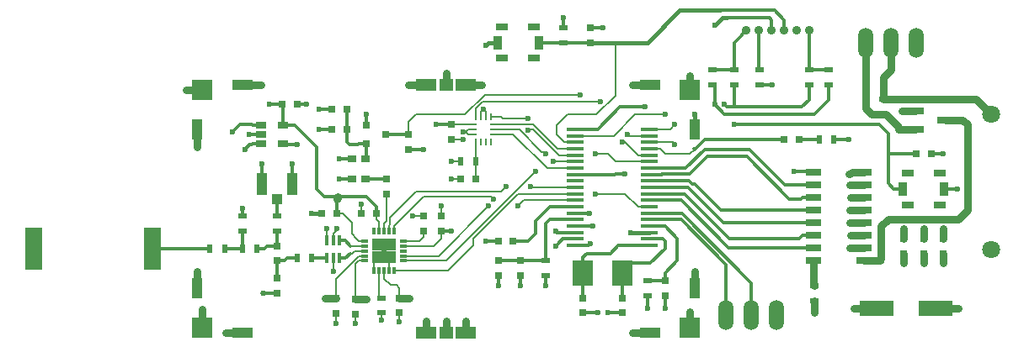
<source format=gbr>
G04 #@! TF.FileFunction,Copper,L1,Top,Signal*
%FSLAX46Y46*%
G04 Gerber Fmt 4.6, Leading zero omitted, Abs format (unit mm)*
G04 Created by KiCad (PCBNEW (2015-09-03 BZR 6154, Git 4636d8d)-product) date Tue Sep  8 23:52:58 2015*
%MOMM*%
G01*
G04 APERTURE LIST*
%ADD10C,0.100000*%
%ADD11R,0.750000X0.800000*%
%ADD12R,1.800000X0.300000*%
%ADD13R,1.800000X4.250000*%
%ADD14R,0.800000X0.750000*%
%ADD15R,3.500000X1.600000*%
%ADD16R,0.797560X0.797560*%
%ADD17R,0.500000X0.900000*%
%ADD18R,0.900000X0.500000*%
%ADD19O,1.506220X3.014980*%
%ADD20C,1.800000*%
%ADD21R,1.600000X0.760000*%
%ADD22C,0.900000*%
%ADD23R,1.000000X1.000000*%
%ADD24R,1.000000X2.200000*%
%ADD25R,0.950000X1.400000*%
%ADD26R,1.150000X0.750000*%
%ADD27R,0.350000X1.000000*%
%ADD28R,1.060000X0.650000*%
%ADD29R,0.900000X0.700000*%
%ADD30R,0.730000X0.300000*%
%ADD31R,0.300000X0.730000*%
%ADD32R,1.250000X1.250000*%
%ADD33R,0.800100X0.800100*%
%ADD34R,0.250000X0.700000*%
%ADD35R,0.700000X0.250000*%
%ADD36R,2.000000X2.500000*%
%ADD37R,1.400000X1.200000*%
%ADD38R,2.000000X1.200000*%
%ADD39R,2.100000X2.100000*%
%ADD40R,2.000000X1.000000*%
%ADD41R,1.000000X2.000000*%
%ADD42R,1.800860X0.800100*%
%ADD43C,0.600000*%
%ADD44C,0.360000*%
%ADD45C,0.800000*%
%ADD46C,0.400000*%
%ADD47C,0.200000*%
G04 APERTURE END LIST*
D10*
D11*
X122900000Y-113550000D03*
X122900000Y-115050000D03*
D12*
X154400000Y-108200000D03*
X154400000Y-107550000D03*
X154400000Y-106900000D03*
X154400000Y-106250000D03*
X154400000Y-105600000D03*
X154400000Y-104950000D03*
X154400000Y-104300000D03*
X154400000Y-103650000D03*
X154400000Y-103000000D03*
X154400000Y-102350000D03*
X154400000Y-101700000D03*
X154400000Y-101050000D03*
X154400000Y-100400000D03*
X154400000Y-99750000D03*
X154400000Y-99100000D03*
X154400000Y-98450000D03*
X154400000Y-97800000D03*
X154400000Y-97150000D03*
X154400000Y-96500000D03*
X147000000Y-96500000D03*
X147000000Y-97150000D03*
X147000000Y-97800000D03*
X147000000Y-98450000D03*
X147000000Y-99100000D03*
X147000000Y-99750000D03*
X147000000Y-100400000D03*
X147000000Y-102350000D03*
X147000000Y-103000000D03*
X147000000Y-103650000D03*
X147000000Y-104300000D03*
X147000000Y-104950000D03*
X147000000Y-105600000D03*
X147000000Y-106250000D03*
X147000000Y-107550000D03*
X147000000Y-106900000D03*
X147000000Y-108200000D03*
X147000000Y-101700000D03*
X147000000Y-101050000D03*
D13*
X104500000Y-108500000D03*
X92500000Y-108500000D03*
D11*
X117000000Y-109750000D03*
X117000000Y-108250000D03*
X117000000Y-111500000D03*
X117000000Y-113000000D03*
X129300000Y-113500000D03*
X129300000Y-115000000D03*
D14*
X127000000Y-105000000D03*
X125500000Y-105000000D03*
X123000000Y-105000000D03*
X121500000Y-105000000D03*
X117500000Y-94000000D03*
X119000000Y-94000000D03*
D11*
X128000000Y-103000000D03*
X128000000Y-101500000D03*
D14*
X124000000Y-94500000D03*
X122500000Y-94500000D03*
X124000000Y-96500000D03*
X122500000Y-96500000D03*
D11*
X131750000Y-106750000D03*
X131750000Y-105250000D03*
X134500000Y-96000000D03*
X134500000Y-97500000D03*
X133500000Y-106750000D03*
X133500000Y-105250000D03*
X130250000Y-97000000D03*
X130250000Y-98500000D03*
D14*
X137000000Y-101500000D03*
X135500000Y-101500000D03*
D11*
X156000000Y-111750000D03*
X156000000Y-113250000D03*
D14*
X181250000Y-99000000D03*
X182750000Y-99000000D03*
D11*
X182000000Y-109000000D03*
X182000000Y-107500000D03*
D15*
X177250000Y-114500000D03*
X183250000Y-114500000D03*
D11*
X180000000Y-109000000D03*
X180000000Y-107500000D03*
X141500000Y-109750000D03*
X141500000Y-111250000D03*
X184000000Y-109000000D03*
X184000000Y-107500000D03*
X139250000Y-109750000D03*
X139250000Y-111250000D03*
X148500000Y-87750000D03*
X148500000Y-86250000D03*
D14*
X140750000Y-107750000D03*
X139250000Y-107750000D03*
D11*
X151750000Y-115000000D03*
X151750000Y-113500000D03*
X147750000Y-115000000D03*
X147750000Y-113500000D03*
D16*
X169498600Y-97500000D03*
X168000000Y-97500000D03*
D17*
X119000000Y-109500000D03*
X120500000Y-109500000D03*
X137000000Y-99750000D03*
X135500000Y-99750000D03*
D18*
X154250000Y-111750000D03*
X154250000Y-113250000D03*
X171000000Y-112250000D03*
X171000000Y-113750000D03*
X144000000Y-109750000D03*
X144000000Y-111250000D03*
D19*
X181290000Y-87750000D03*
X178750000Y-87750000D03*
X176210000Y-87750000D03*
X167250000Y-115250000D03*
X164710000Y-115250000D03*
X162170000Y-115250000D03*
D20*
X188800000Y-95000000D03*
X188800000Y-108600000D03*
D21*
X170960000Y-100805000D03*
X170960000Y-102075000D03*
X170960000Y-103345000D03*
X170960000Y-104615000D03*
X170960000Y-105885000D03*
X170960000Y-107155000D03*
X170960000Y-108425000D03*
X176040000Y-108425000D03*
X176040000Y-107155000D03*
X176040000Y-105885000D03*
X176040000Y-104615000D03*
X176040000Y-103345000D03*
X176040000Y-102075000D03*
X176040000Y-109695000D03*
X170960000Y-109695000D03*
X176040000Y-100805000D03*
D22*
X164190000Y-86500000D03*
X165460000Y-86500000D03*
X166730000Y-86500000D03*
X168000000Y-86500000D03*
X169270000Y-86500000D03*
X170540000Y-86500000D03*
D23*
X117000000Y-103500000D03*
D24*
X115500000Y-102000000D03*
X118500000Y-102000000D03*
D18*
X127500000Y-115000000D03*
X127500000Y-113500000D03*
X178000000Y-94950000D03*
X178000000Y-93450000D03*
D17*
X171500000Y-97500000D03*
X173000000Y-97500000D03*
D18*
X163000000Y-90500000D03*
X163000000Y-92000000D03*
X160750000Y-90500000D03*
X160750000Y-92000000D03*
X170500000Y-90500000D03*
X170500000Y-92000000D03*
X172500000Y-90500000D03*
X172500000Y-92000000D03*
X165500000Y-90500000D03*
X165500000Y-92000000D03*
X145750000Y-86250000D03*
X145750000Y-87750000D03*
D17*
X111750000Y-108500000D03*
X110250000Y-108500000D03*
D18*
X117000000Y-106750000D03*
X117000000Y-105250000D03*
X113500000Y-105250000D03*
X113500000Y-106750000D03*
D17*
X115000000Y-108500000D03*
X113500000Y-108500000D03*
D25*
X179900000Y-102500000D03*
X184100000Y-102500000D03*
D26*
X180400000Y-100900000D03*
X183600000Y-104100000D03*
X183600000Y-100900000D03*
X180400000Y-104100000D03*
D25*
X143350000Y-87750000D03*
X139150000Y-87750000D03*
D26*
X142850000Y-89350000D03*
X139650000Y-86150000D03*
X139650000Y-89350000D03*
X142850000Y-86150000D03*
D27*
X122000000Y-109500000D03*
X122650000Y-109500000D03*
X123300000Y-109500000D03*
X123300000Y-107700000D03*
X122650000Y-107700000D03*
X122000000Y-107700000D03*
D28*
X115400000Y-96050000D03*
X115400000Y-97000000D03*
X115400000Y-97950000D03*
X117600000Y-97950000D03*
X117600000Y-96050000D03*
D29*
X124500000Y-99500000D03*
X124500000Y-101500000D03*
X125900000Y-101500000D03*
X125900000Y-99500000D03*
D30*
X129715000Y-109750000D03*
X129715000Y-109250000D03*
X129715000Y-108750000D03*
X129715000Y-108250000D03*
X129715000Y-107750000D03*
D31*
X128750000Y-106785000D03*
X128250000Y-106785000D03*
X127750000Y-106785000D03*
X127250000Y-106785000D03*
X126750000Y-106785000D03*
D30*
X125785000Y-107750000D03*
X125785000Y-108250000D03*
X125785000Y-108750000D03*
X125785000Y-109250000D03*
X125785000Y-109750000D03*
D31*
X126750000Y-110715000D03*
X127250000Y-110715000D03*
X127750000Y-110715000D03*
X128250000Y-110715000D03*
X128750000Y-110715000D03*
D32*
X127125000Y-108125000D03*
X127125000Y-109375000D03*
X128375000Y-108125000D03*
X128375000Y-109375000D03*
D33*
X125949240Y-96050000D03*
X125949240Y-97950000D03*
X127948220Y-97000000D03*
D34*
X138500000Y-95250000D03*
X138000000Y-95250000D03*
X137500000Y-95250000D03*
X137000000Y-95250000D03*
D35*
X136750000Y-96000000D03*
X136750000Y-96500000D03*
X136750000Y-97000000D03*
X138750000Y-96000000D03*
X138750000Y-96500000D03*
X138750000Y-97000000D03*
D34*
X137000000Y-97750000D03*
X137500000Y-97750000D03*
X138000000Y-97750000D03*
X138500000Y-97750000D03*
D36*
X151750000Y-111000000D03*
X147750000Y-111000000D03*
D11*
X124900000Y-113600000D03*
X124900000Y-115100000D03*
D37*
X134000000Y-92000000D03*
D38*
X136000000Y-92000000D03*
X132000000Y-92000000D03*
X136000000Y-117000000D03*
D37*
X134000000Y-117000000D03*
D38*
X132000000Y-117000000D03*
D39*
X109500000Y-92500000D03*
X109500000Y-116500000D03*
X158500000Y-116500000D03*
X158500000Y-92500000D03*
D40*
X113500000Y-92000000D03*
X113500000Y-117000000D03*
X154500000Y-117000000D03*
X154500000Y-92000000D03*
D41*
X109000000Y-96500000D03*
X109000000Y-112500000D03*
X159000000Y-112500000D03*
X159000000Y-96500000D03*
D42*
X181200000Y-94600000D03*
X181200000Y-96500000D03*
X184202280Y-95550000D03*
D43*
X185500000Y-114500000D03*
X179800000Y-94600000D03*
X159000000Y-95000000D03*
X107900000Y-92500000D03*
X130200000Y-92000000D03*
X134000000Y-90800000D03*
X137600000Y-92000000D03*
X158500000Y-91100000D03*
X152700000Y-92000000D03*
X159000000Y-110800000D03*
X158500000Y-114900000D03*
X152700000Y-117000000D03*
X136000000Y-115800000D03*
X134000000Y-115800000D03*
X132000000Y-115800000D03*
X109500000Y-114650000D03*
X111800000Y-117000000D03*
X109000000Y-110800000D03*
X115400000Y-92000000D03*
X109000000Y-98300000D03*
X149750000Y-86250000D03*
X138000000Y-88000000D03*
X138000000Y-107750000D03*
X134500000Y-101500000D03*
X135750000Y-97500000D03*
X137750000Y-94500000D03*
X135750000Y-96750000D03*
X156000000Y-114500000D03*
X128375000Y-108125000D03*
X127125000Y-109375000D03*
X127125000Y-108125000D03*
X128375000Y-109375000D03*
X126000000Y-95000000D03*
X121250000Y-94500000D03*
X121250000Y-96500000D03*
X131750000Y-98500000D03*
X123250000Y-99500000D03*
X123250000Y-101500000D03*
X120000000Y-94000000D03*
X114250000Y-97000000D03*
X139250000Y-112250000D03*
X141500000Y-112250000D03*
X148450000Y-104950000D03*
X148500000Y-108000000D03*
X184000000Y-106500000D03*
X182000000Y-106500000D03*
X180000000Y-106500000D03*
X174500000Y-97500000D03*
X185371311Y-102500000D03*
X184000000Y-99000000D03*
X174500000Y-101000000D03*
X174575000Y-102075000D03*
X174655000Y-103345000D03*
X174615000Y-104615000D03*
X174615000Y-105885000D03*
X174655000Y-107155000D03*
X174575000Y-108425000D03*
X152600000Y-106900000D03*
X150250000Y-115000000D03*
X149250000Y-115000000D03*
X113500000Y-104500000D03*
X115630029Y-113000000D03*
X118500000Y-100000000D03*
X115500000Y-100000000D03*
X124900000Y-116100000D03*
X122900000Y-116100000D03*
X129300000Y-115900000D03*
X133500000Y-104250000D03*
X130592511Y-105250000D03*
X125500000Y-104000000D03*
X127500000Y-115750000D03*
X120500000Y-105000000D03*
X122650000Y-110850000D03*
X122000000Y-106500000D03*
X123000000Y-106500000D03*
X175000000Y-114500000D03*
X123000000Y-103500000D03*
X121850000Y-113550000D03*
X126000000Y-113600000D03*
X130300000Y-113500000D03*
X133000000Y-96000000D03*
X134500000Y-99750000D03*
X154250000Y-114500000D03*
X116250000Y-94000000D03*
X134500000Y-106750000D03*
X144000000Y-112250000D03*
X145750000Y-85250000D03*
X166750000Y-92000000D03*
X184000000Y-110000000D03*
X182000000Y-110000000D03*
X180000000Y-110000000D03*
X171000000Y-115000000D03*
X147500000Y-93000000D03*
X151750000Y-97750000D03*
X163000000Y-96000000D03*
X157000000Y-98000000D03*
X169000000Y-100750000D03*
X152000000Y-101000000D03*
X161000000Y-86000000D03*
X156000000Y-95000000D03*
X162000000Y-94000000D03*
X154000000Y-94250000D03*
X161000000Y-94000000D03*
X157000000Y-96000000D03*
X145000000Y-106750000D03*
X112500000Y-96750000D03*
X113750000Y-98500000D03*
X148750000Y-106250000D03*
X119000000Y-98000000D03*
X145000000Y-108250000D03*
X144750000Y-99750000D03*
X142990870Y-100750000D03*
X141250000Y-104250000D03*
X138250000Y-104250000D03*
X140000000Y-102250000D03*
X142500000Y-102250000D03*
X142250000Y-95439990D03*
X142250000Y-96560010D03*
X152250000Y-97000000D03*
X149500000Y-93750000D03*
X149000000Y-99000000D03*
X144000000Y-99000000D03*
X149000000Y-103000000D03*
X138750000Y-103500000D03*
D44*
X110250000Y-108500000D02*
X104500000Y-108500000D01*
D45*
X183250000Y-114500000D02*
X185500000Y-114500000D01*
X181200000Y-94600000D02*
X179800000Y-94600000D01*
D46*
X159000000Y-96500000D02*
X159000000Y-95000000D01*
X159000000Y-96500000D02*
X159000000Y-96000000D01*
D45*
X109500000Y-92500000D02*
X107900000Y-92500000D01*
X132000000Y-92000000D02*
X130200000Y-92000000D01*
X134000000Y-92000000D02*
X134000000Y-90800000D01*
X136000000Y-92000000D02*
X137600000Y-92000000D01*
X158500000Y-92500000D02*
X158500000Y-91100000D01*
X154500000Y-92000000D02*
X152700000Y-92000000D01*
X159000000Y-112500000D02*
X159000000Y-110800000D01*
X158500000Y-116500000D02*
X158500000Y-114900000D01*
X154500000Y-117000000D02*
X152700000Y-117000000D01*
X136000000Y-117000000D02*
X136000000Y-115800000D01*
X134000000Y-117000000D02*
X134000000Y-115800000D01*
X132000000Y-117000000D02*
X132000000Y-115800000D01*
X109450000Y-114600000D02*
X109500000Y-114650000D01*
X109500000Y-116500000D02*
X109500000Y-114650000D01*
X113500000Y-117000000D02*
X111800000Y-117000000D01*
X109000000Y-112500000D02*
X109000000Y-110800000D01*
X113500000Y-92000000D02*
X115400000Y-92000000D01*
X109000000Y-96500000D02*
X109000000Y-98300000D01*
D44*
X148500000Y-86250000D02*
X149750000Y-86250000D01*
D46*
X138250000Y-87750000D02*
X138000000Y-88000000D01*
X139150000Y-87750000D02*
X138250000Y-87750000D01*
D44*
X139250000Y-107750000D02*
X138000000Y-107750000D01*
D47*
X134900000Y-101500000D02*
X134500000Y-101500000D01*
X135500000Y-101500000D02*
X134900000Y-101500000D01*
X134500000Y-97500000D02*
X135750000Y-97500000D01*
X138000000Y-95250000D02*
X138000000Y-94750000D01*
X138000000Y-94750000D02*
X137750000Y-94500000D01*
X137500000Y-95250000D02*
X137500000Y-94750000D01*
X137500000Y-94750000D02*
X137750000Y-94500000D01*
X136000000Y-96800000D02*
X135800000Y-96800000D01*
X135800000Y-96800000D02*
X135750000Y-96750000D01*
X136750000Y-97000000D02*
X136200000Y-97000000D01*
X136200000Y-97000000D02*
X136000000Y-96800000D01*
X135950000Y-96750000D02*
X135750000Y-96750000D01*
X136750000Y-96500000D02*
X136200000Y-96500000D01*
X136200000Y-96500000D02*
X135950000Y-96750000D01*
D44*
X156000000Y-113250000D02*
X156000000Y-114500000D01*
X151750000Y-115000000D02*
X150250000Y-115000000D01*
X147750000Y-115000000D02*
X149250000Y-115000000D01*
X127125000Y-109375000D02*
X128375000Y-108125000D01*
X128375000Y-108125000D02*
X127125000Y-108125000D01*
X127125000Y-108125000D02*
X128375000Y-109375000D01*
X126000000Y-95239190D02*
X126000000Y-95000000D01*
X125949240Y-96050000D02*
X125949240Y-95289950D01*
X125949240Y-95289950D02*
X126000000Y-95239190D01*
X122500000Y-94500000D02*
X121250000Y-94500000D01*
X122500000Y-96500000D02*
X121250000Y-96500000D01*
X130250000Y-98500000D02*
X131750000Y-98500000D01*
X124500000Y-99500000D02*
X123250000Y-99500000D01*
X124500000Y-101500000D02*
X123250000Y-101500000D01*
X119000000Y-94000000D02*
X120000000Y-94000000D01*
X114510000Y-97000000D02*
X114250000Y-97000000D01*
X115400000Y-97000000D02*
X114510000Y-97000000D01*
X139250000Y-112010000D02*
X139250000Y-112250000D01*
X139250000Y-111250000D02*
X139250000Y-112010000D01*
X141500000Y-111250000D02*
X141500000Y-112250000D01*
X147000000Y-104950000D02*
X148450000Y-104950000D01*
X148300000Y-108200000D02*
X148500000Y-108000000D01*
X147000000Y-108200000D02*
X148300000Y-108200000D01*
D45*
X184000000Y-107500000D02*
X184000000Y-106500000D01*
X182000000Y-107500000D02*
X182000000Y-106500000D01*
X180000000Y-107500000D02*
X180000000Y-106500000D01*
D44*
X173000000Y-97500000D02*
X174500000Y-97500000D01*
X184100000Y-102500000D02*
X185371311Y-102500000D01*
X185500000Y-102500000D02*
X185371311Y-102500000D01*
X182750000Y-99000000D02*
X184000000Y-99000000D01*
D45*
X174805000Y-100805000D02*
X174610000Y-101000000D01*
X174610000Y-101000000D02*
X174500000Y-101000000D01*
X176040000Y-100805000D02*
X174805000Y-100805000D01*
X176040000Y-102075000D02*
X174575000Y-102075000D01*
X176040000Y-103345000D02*
X174655000Y-103345000D01*
X176040000Y-104615000D02*
X174615000Y-104615000D01*
X176040000Y-105885000D02*
X174615000Y-105885000D01*
X176040000Y-107155000D02*
X174655000Y-107155000D01*
X176040000Y-108425000D02*
X174575000Y-108425000D01*
D46*
X154400000Y-106900000D02*
X152600000Y-106900000D01*
D44*
X113500000Y-105250000D02*
X113500000Y-104500000D01*
X117000000Y-113000000D02*
X115630029Y-113000000D01*
X115500000Y-113000000D02*
X115630029Y-113000000D01*
X118500000Y-100540000D02*
X118500000Y-100000000D01*
X118500000Y-102000000D02*
X118500000Y-100540000D01*
X115500000Y-102000000D02*
X115500000Y-100000000D01*
D47*
X124900000Y-115100000D02*
X124900000Y-116100000D01*
X122900000Y-115050000D02*
X122900000Y-116100000D01*
X129300000Y-115000000D02*
X129300000Y-115900000D01*
X133500000Y-105250000D02*
X133500000Y-104250000D01*
X131750000Y-105250000D02*
X130592511Y-105250000D01*
X130500000Y-105250000D02*
X130592511Y-105250000D01*
X125500000Y-104425000D02*
X125500000Y-104000000D01*
X125500000Y-105000000D02*
X125500000Y-104425000D01*
X127500000Y-115000000D02*
X127500000Y-115750000D01*
X128250000Y-110715000D02*
X128250000Y-109500000D01*
X128250000Y-109500000D02*
X128375000Y-109375000D01*
X127125000Y-109625000D02*
X126750000Y-110000000D01*
X126750000Y-110000000D02*
X126750000Y-110715000D01*
X127125000Y-109375000D02*
X127125000Y-109625000D01*
D46*
X121500000Y-105000000D02*
X120500000Y-105000000D01*
D47*
X122650000Y-109500000D02*
X122650000Y-110850000D01*
X122000000Y-107700000D02*
X122000000Y-106500000D01*
X123000000Y-106650000D02*
X123000000Y-106500000D01*
X122650000Y-107700000D02*
X122650000Y-107000000D01*
X122650000Y-107000000D02*
X123000000Y-106650000D01*
D44*
X117000000Y-109750000D02*
X117000000Y-111500000D01*
X117750000Y-109750000D02*
X118000000Y-109500000D01*
X118000000Y-109500000D02*
X119000000Y-109500000D01*
X117000000Y-109750000D02*
X117750000Y-109750000D01*
X117000000Y-108250000D02*
X117000000Y-106750000D01*
X115700000Y-108500000D02*
X115950000Y-108250000D01*
X115950000Y-108250000D02*
X117000000Y-108250000D01*
X115000000Y-108500000D02*
X115700000Y-108500000D01*
D45*
X177250000Y-114500000D02*
X175000000Y-114500000D01*
D44*
X123066560Y-103250000D02*
X121750000Y-103250000D01*
X123250000Y-103250000D02*
X123066560Y-103250000D01*
D45*
X123066560Y-103250000D02*
X123066560Y-103433440D01*
X123066560Y-103433440D02*
X123000000Y-103500000D01*
X122900000Y-113550000D02*
X121850000Y-113550000D01*
X124900000Y-113600000D02*
X126000000Y-113600000D01*
X129300000Y-113500000D02*
X130300000Y-113500000D01*
D47*
X125785000Y-109750000D02*
X125220000Y-109750000D01*
X125220000Y-109750000D02*
X124900000Y-110070000D01*
X124900000Y-110070000D02*
X124900000Y-113000000D01*
X124900000Y-113000000D02*
X124900000Y-113600000D01*
X125785000Y-109250000D02*
X125220000Y-109250000D01*
X125220000Y-109250000D02*
X122900000Y-111570000D01*
X122900000Y-111570000D02*
X122900000Y-112950000D01*
X122900000Y-112950000D02*
X122900000Y-113550000D01*
X127750000Y-110715000D02*
X127750000Y-111550000D01*
X129000000Y-112200000D02*
X129300000Y-112500000D01*
X129300000Y-112500000D02*
X129300000Y-113500000D01*
X128400000Y-112200000D02*
X129000000Y-112200000D01*
X127750000Y-111550000D02*
X128400000Y-112200000D01*
D44*
X134500000Y-96000000D02*
X133000000Y-96000000D01*
D47*
X135050000Y-99750000D02*
X134500000Y-99750000D01*
X135500000Y-99750000D02*
X135050000Y-99750000D01*
X136750000Y-96000000D02*
X134500000Y-96000000D01*
D44*
X154250000Y-113250000D02*
X154250000Y-114500000D01*
X121000000Y-98250000D02*
X118800000Y-96050000D01*
X118800000Y-96050000D02*
X117600000Y-96050000D01*
X121000000Y-102500000D02*
X121000000Y-98250000D01*
X121750000Y-103250000D02*
X121000000Y-102500000D01*
X127000000Y-105000000D02*
X127000000Y-104265000D01*
X123250000Y-103250000D02*
X123000000Y-103500000D01*
X127000000Y-104265000D02*
X125985000Y-103250000D01*
X125985000Y-103250000D02*
X123250000Y-103250000D01*
X123000000Y-103500000D02*
X123000000Y-104265000D01*
X123000000Y-104265000D02*
X123000000Y-105000000D01*
X116740000Y-94000000D02*
X116250000Y-94000000D01*
X117500000Y-94000000D02*
X116740000Y-94000000D01*
X117600000Y-96050000D02*
X117600000Y-94100000D01*
X117600000Y-94100000D02*
X117500000Y-94000000D01*
X134235000Y-106750000D02*
X134500000Y-106750000D01*
X133500000Y-106750000D02*
X134235000Y-106750000D01*
X144000000Y-111250000D02*
X144000000Y-112250000D01*
X145750000Y-86250000D02*
X145750000Y-85250000D01*
X165500000Y-92000000D02*
X166750000Y-92000000D01*
D45*
X184000000Y-109000000D02*
X184000000Y-110000000D01*
X182000000Y-109000000D02*
X182000000Y-110000000D01*
X180000000Y-109000000D02*
X180000000Y-110000000D01*
X171000000Y-113750000D02*
X171000000Y-115000000D01*
D47*
X129300000Y-113500000D02*
X129300000Y-113525000D01*
X132750000Y-108250000D02*
X133500000Y-107500000D01*
X133500000Y-107500000D02*
X133500000Y-106750000D01*
X129715000Y-108250000D02*
X132750000Y-108250000D01*
X127250000Y-105825000D02*
X127250000Y-106785000D01*
X127000000Y-105000000D02*
X127000000Y-105575000D01*
X127000000Y-105575000D02*
X127250000Y-105825000D01*
X125000000Y-107500000D02*
X125000000Y-107530000D01*
X125000000Y-107530000D02*
X125220000Y-107750000D01*
X125220000Y-107750000D02*
X125785000Y-107750000D01*
X124500000Y-107000000D02*
X125000000Y-107500000D01*
X124500000Y-105900000D02*
X124500000Y-107000000D01*
X123000000Y-105000000D02*
X123600000Y-105000000D01*
X123600000Y-105000000D02*
X124500000Y-105900000D01*
X128000000Y-104250000D02*
X128000000Y-103000000D01*
X128000000Y-105750000D02*
X128000000Y-104250000D01*
X127750000Y-106000000D02*
X128000000Y-105750000D01*
X127750000Y-106785000D02*
X127750000Y-106000000D01*
D44*
X125900000Y-101500000D02*
X128000000Y-101500000D01*
X124000000Y-96500000D02*
X124000000Y-94500000D01*
X124250000Y-98000000D02*
X124000000Y-97750000D01*
X124000000Y-97750000D02*
X124000000Y-96500000D01*
X125139190Y-98000000D02*
X124250000Y-98000000D01*
X125949240Y-97950000D02*
X125189190Y-97950000D01*
X125189190Y-97950000D02*
X125139190Y-98000000D01*
X125949240Y-97950000D02*
X125949240Y-99450760D01*
X125949240Y-99450760D02*
X125900000Y-99500000D01*
D47*
X129715000Y-107750000D02*
X131350000Y-107750000D01*
X131750000Y-107350000D02*
X131750000Y-106750000D01*
X131350000Y-107750000D02*
X131750000Y-107350000D01*
X131000000Y-95000000D02*
X130250000Y-95750000D01*
X130250000Y-95750000D02*
X130250000Y-97000000D01*
X135912067Y-95000000D02*
X131000000Y-95000000D01*
X147500000Y-93000000D02*
X137912067Y-93000000D01*
X137912067Y-93000000D02*
X135912067Y-95000000D01*
X151950000Y-97750000D02*
X151750000Y-97750000D01*
X154400000Y-99100000D02*
X153300000Y-99100000D01*
X153300000Y-99100000D02*
X151950000Y-97750000D01*
D44*
X127948220Y-97000000D02*
X130250000Y-97000000D01*
D47*
X137000000Y-101500000D02*
X137000000Y-99750000D01*
X137000000Y-97750000D02*
X137000000Y-99750000D01*
D44*
X163000000Y-96000000D02*
X177500000Y-96000000D01*
D47*
X156800000Y-97800000D02*
X157000000Y-98000000D01*
X154400000Y-97800000D02*
X156800000Y-97800000D01*
D44*
X178438455Y-96938455D02*
X178438455Y-99000000D01*
X177500000Y-96000000D02*
X178438455Y-96938455D01*
X178438455Y-99000000D02*
X181250000Y-99000000D01*
X179000000Y-102500000D02*
X178438455Y-101938455D01*
X178438455Y-101938455D02*
X178438455Y-99000000D01*
X179900000Y-102500000D02*
X179000000Y-102500000D01*
X141500000Y-109750000D02*
X144000000Y-109750000D01*
X139250000Y-109750000D02*
X141500000Y-109750000D01*
X144400000Y-105600000D02*
X144000000Y-106000000D01*
X144000000Y-106000000D02*
X144000000Y-109750000D01*
X147000000Y-105600000D02*
X144400000Y-105600000D01*
D46*
X154250000Y-87750000D02*
X151049894Y-87750000D01*
X151049894Y-87750000D02*
X148500000Y-87750000D01*
D47*
X151000000Y-87799894D02*
X151049894Y-87750000D01*
X151000000Y-93078802D02*
X151000000Y-87799894D01*
X146200000Y-95000000D02*
X149078802Y-95000000D01*
X149078802Y-95000000D02*
X151000000Y-93078802D01*
X145100000Y-96100000D02*
X146200000Y-95000000D01*
X145100000Y-97000000D02*
X145100000Y-96100000D01*
X147000000Y-97800000D02*
X145900000Y-97800000D01*
X145900000Y-97800000D02*
X145100000Y-97000000D01*
D46*
X157500000Y-84500000D02*
X154250000Y-87750000D01*
X161500000Y-84500000D02*
X157500000Y-84500000D01*
D44*
X145750000Y-87750000D02*
X148500000Y-87750000D01*
X143350000Y-87750000D02*
X145750000Y-87750000D01*
X167000000Y-84500000D02*
X168000000Y-85500000D01*
X161500000Y-84500000D02*
X167000000Y-84500000D01*
X168000000Y-85500000D02*
X168000000Y-86500000D01*
X147000000Y-104300000D02*
X144450000Y-104300000D01*
X143000000Y-107000000D02*
X142250000Y-107750000D01*
X144450000Y-104300000D02*
X143000000Y-105750000D01*
X143000000Y-105750000D02*
X143000000Y-107000000D01*
X142250000Y-107750000D02*
X140750000Y-107750000D01*
X154400000Y-107550000D02*
X155800000Y-107550000D01*
X155800000Y-107550000D02*
X156000000Y-107750000D01*
X156000000Y-107750000D02*
X156000000Y-108500000D01*
X154500000Y-110000000D02*
X152750000Y-110000000D01*
X156000000Y-108500000D02*
X154500000Y-110000000D01*
X152750000Y-110000000D02*
X151750000Y-111000000D01*
X151750000Y-111000000D02*
X151750000Y-113500000D01*
X150500000Y-109000000D02*
X151300000Y-108200000D01*
X151300000Y-108200000D02*
X154400000Y-108200000D01*
X148140000Y-109000000D02*
X150500000Y-109000000D01*
X147750000Y-111000000D02*
X147750000Y-109390000D01*
X147750000Y-109390000D02*
X148140000Y-109000000D01*
X147750000Y-113500000D02*
X147750000Y-111000000D01*
X169498600Y-97500000D02*
X171500000Y-97500000D01*
D47*
X157950000Y-98950000D02*
X158000000Y-99000000D01*
X158000000Y-99000000D02*
X158500000Y-99000000D01*
X158500000Y-99000000D02*
X159000000Y-98500000D01*
X156000000Y-98950000D02*
X157950000Y-98950000D01*
X154400000Y-98450000D02*
X155500000Y-98450000D01*
X155500000Y-98450000D02*
X156000000Y-98950000D01*
D44*
X168000000Y-97500000D02*
X160000000Y-97500000D01*
X160000000Y-97500000D02*
X159000000Y-98500000D01*
X159000000Y-98500000D02*
X158950000Y-98450000D01*
X120500000Y-109500000D02*
X122000000Y-109500000D01*
D45*
X170960000Y-109695000D02*
X170960000Y-112210000D01*
X170960000Y-112210000D02*
X171000000Y-112250000D01*
X187462831Y-93662831D02*
X188800000Y-95000000D01*
X178000000Y-93450000D02*
X187250000Y-93450000D01*
X187250000Y-93450000D02*
X187462831Y-93662831D01*
X178000000Y-93450000D02*
X178000000Y-91250000D01*
X178000000Y-91250000D02*
X178750000Y-90500000D01*
X178750000Y-90500000D02*
X178750000Y-87750000D01*
X179499570Y-96500000D02*
X179499570Y-96249570D01*
X179499570Y-96249570D02*
X178200000Y-94950000D01*
X178200000Y-94950000D02*
X178000000Y-94950000D01*
X176210000Y-87750000D02*
X176210000Y-94410000D01*
X176750000Y-94950000D02*
X178000000Y-94950000D01*
X176210000Y-94410000D02*
X176750000Y-94950000D01*
X181200000Y-96500000D02*
X179499570Y-96500000D01*
D44*
X154400000Y-104950000D02*
X157685404Y-104950000D01*
X157685404Y-104950000D02*
X164710000Y-111974596D01*
X164710000Y-111974596D02*
X164710000Y-115250000D01*
X154400000Y-105600000D02*
X157600000Y-105600000D01*
X157600000Y-105600000D02*
X162170000Y-110170000D01*
X162170000Y-110170000D02*
X162170000Y-115250000D01*
X157650000Y-103650000D02*
X162425000Y-108425000D01*
X162425000Y-108425000D02*
X170960000Y-108425000D01*
X154400000Y-103650000D02*
X157650000Y-103650000D01*
X162500000Y-107500000D02*
X158000000Y-103000000D01*
X158000000Y-103000000D02*
X154400000Y-103000000D01*
X169455000Y-107500000D02*
X162500000Y-107500000D01*
X170960000Y-107155000D02*
X169800000Y-107155000D01*
X169800000Y-107155000D02*
X169455000Y-107500000D01*
X158350000Y-102350000D02*
X161885000Y-105885000D01*
X161885000Y-105885000D02*
X170960000Y-105885000D01*
X154400000Y-102350000D02*
X158350000Y-102350000D01*
X161615000Y-104615000D02*
X159000000Y-102000000D01*
X159000000Y-102000000D02*
X158735405Y-102000000D01*
X158435405Y-101700000D02*
X155660000Y-101700000D01*
X155660000Y-101700000D02*
X154400000Y-101700000D01*
X158735405Y-102000000D02*
X158435405Y-101700000D01*
X170960000Y-104615000D02*
X161615000Y-104615000D01*
X154400000Y-100400000D02*
X158100000Y-100400000D01*
X158100000Y-100400000D02*
X160000000Y-98500000D01*
X160000000Y-98500000D02*
X164500000Y-98500000D01*
X164500000Y-98500000D02*
X168075000Y-102075000D01*
X168075000Y-102075000D02*
X170960000Y-102075000D01*
X169000000Y-100750000D02*
X170905000Y-100750000D01*
X170905000Y-100750000D02*
X170960000Y-100805000D01*
X150950000Y-101050000D02*
X151000000Y-101000000D01*
X151000000Y-101000000D02*
X152000000Y-101000000D01*
X147000000Y-101050000D02*
X150950000Y-101050000D01*
X154400000Y-101050000D02*
X155660000Y-101050000D01*
X155660000Y-101050000D02*
X155710000Y-101000000D01*
X155710000Y-101000000D02*
X158500000Y-101000000D01*
X169800000Y-103345000D02*
X170960000Y-103345000D01*
X158500000Y-101000000D02*
X160259999Y-99240001D01*
X160259999Y-99240001D02*
X164240001Y-99240001D01*
X164240001Y-99240001D02*
X168500000Y-103500000D01*
X168500000Y-103500000D02*
X169645000Y-103500000D01*
X169645000Y-103500000D02*
X169800000Y-103345000D01*
X160750000Y-90500000D02*
X163000000Y-90500000D01*
X163740001Y-87009999D02*
X163000000Y-87750000D01*
X163000000Y-87750000D02*
X163000000Y-90500000D01*
X164190000Y-86500000D02*
X163740001Y-86949999D01*
X163740001Y-86949999D02*
X163740001Y-87009999D01*
X165460000Y-86500000D02*
X165460000Y-90460000D01*
X165460000Y-90460000D02*
X165500000Y-90500000D01*
D46*
X161750000Y-85250000D02*
X161000000Y-86000000D01*
X162250000Y-85250000D02*
X161750000Y-85250000D01*
D47*
X153000000Y-95000000D02*
X156000000Y-95000000D01*
X150850000Y-97150000D02*
X153000000Y-95000000D01*
X147000000Y-97150000D02*
X150850000Y-97150000D01*
D44*
X163250000Y-85250000D02*
X162250000Y-85250000D01*
X166500000Y-85250000D02*
X163250000Y-85250000D01*
X166730000Y-85480000D02*
X166500000Y-85250000D01*
X166730000Y-86500000D02*
X166730000Y-85480000D01*
X170500000Y-90500000D02*
X172500000Y-90500000D01*
X170540000Y-86500000D02*
X170540000Y-90460000D01*
X170540000Y-90460000D02*
X170500000Y-90500000D01*
X117000000Y-103500000D02*
X117000000Y-105250000D01*
D47*
X127250000Y-110715000D02*
X127250000Y-113250000D01*
X127250000Y-113250000D02*
X127500000Y-113500000D01*
D44*
X162250000Y-94250000D02*
X162000000Y-94000000D01*
X162998081Y-94250000D02*
X162250000Y-94250000D01*
X153750000Y-94250000D02*
X154000000Y-94250000D01*
X151500000Y-94250000D02*
X153750000Y-94250000D01*
X169750000Y-94250000D02*
X162998081Y-94250000D01*
X163000000Y-92000000D02*
X163000000Y-92610000D01*
X162998081Y-92611919D02*
X162998081Y-94250000D01*
X163000000Y-92610000D02*
X162998081Y-92611919D01*
X170500000Y-92000000D02*
X170500000Y-93500000D01*
X170500000Y-93500000D02*
X169750000Y-94250000D01*
X149250000Y-96500000D02*
X147000000Y-96500000D01*
X151500000Y-94250000D02*
X149250000Y-96500000D01*
X162000000Y-95000000D02*
X161000000Y-94000000D01*
X171000000Y-95000000D02*
X162000000Y-95000000D01*
X161000000Y-94000000D02*
X161000000Y-92250000D01*
X161000000Y-92250000D02*
X160750000Y-92000000D01*
D47*
X156500000Y-96500000D02*
X157000000Y-96000000D01*
X154400000Y-96500000D02*
X156500000Y-96500000D01*
D44*
X172500000Y-93500000D02*
X171000000Y-95000000D01*
X172500000Y-92000000D02*
X172500000Y-93500000D01*
X113500000Y-108500000D02*
X113500000Y-106750000D01*
X111750000Y-108500000D02*
X113500000Y-108500000D01*
D47*
X124335000Y-109000000D02*
X124500000Y-109000000D01*
X124500000Y-109000000D02*
X124750000Y-108750000D01*
X124750000Y-108750000D02*
X125220000Y-108750000D01*
X125220000Y-108750000D02*
X125785000Y-108750000D01*
D44*
X123300000Y-109500000D02*
X123835000Y-109500000D01*
X123835000Y-109500000D02*
X124335000Y-109000000D01*
D47*
X125785000Y-108250000D02*
X125220000Y-108250000D01*
X125220000Y-108250000D02*
X124385000Y-108250000D01*
D44*
X123300000Y-107700000D02*
X123835000Y-107700000D01*
X123835000Y-107700000D02*
X124385000Y-108250000D01*
X147000000Y-106900000D02*
X145150000Y-106900000D01*
X145150000Y-106900000D02*
X145000000Y-106750000D01*
X114460000Y-96000000D02*
X113250000Y-96000000D01*
X113250000Y-96000000D02*
X112500000Y-96750000D01*
X115400000Y-96050000D02*
X114510000Y-96050000D01*
X114510000Y-96050000D02*
X114460000Y-96000000D01*
X114460000Y-98000000D02*
X114250000Y-98000000D01*
X114250000Y-98000000D02*
X113750000Y-98500000D01*
X115400000Y-97950000D02*
X114510000Y-97950000D01*
X114510000Y-97950000D02*
X114460000Y-98000000D01*
X147750000Y-106250000D02*
X148750000Y-106250000D01*
X147000000Y-106250000D02*
X147750000Y-106250000D01*
X119000000Y-98000000D02*
X117650000Y-98000000D01*
X117650000Y-98000000D02*
X117600000Y-97950000D01*
X145290000Y-108000000D02*
X145250000Y-108000000D01*
X145250000Y-108000000D02*
X145000000Y-108250000D01*
X147000000Y-107550000D02*
X145740000Y-107550000D01*
X145740000Y-107550000D02*
X145290000Y-108000000D01*
D47*
X147000000Y-99750000D02*
X144750000Y-99750000D01*
X136389991Y-107350879D02*
X142990870Y-100750000D01*
X129715000Y-109750000D02*
X133990870Y-109750000D01*
X133990870Y-109750000D02*
X136389991Y-107350879D01*
X147000000Y-103650000D02*
X141850000Y-103650000D01*
X141850000Y-103650000D02*
X141250000Y-104250000D01*
X133250000Y-109250000D02*
X138250000Y-104250000D01*
X129715000Y-109250000D02*
X133250000Y-109250000D01*
X131000000Y-102750000D02*
X128360010Y-105389990D01*
X128360010Y-105389990D02*
X128360010Y-106109990D01*
X128360010Y-106109990D02*
X128250000Y-106220000D01*
X128250000Y-106220000D02*
X128250000Y-106785000D01*
X139500000Y-102750000D02*
X131000000Y-102750000D01*
X140000000Y-102250000D02*
X139500000Y-102750000D01*
X142650000Y-102350000D02*
X142550000Y-102250000D01*
X142550000Y-102250000D02*
X142500000Y-102250000D01*
X147000000Y-102350000D02*
X142650000Y-102350000D01*
X136750000Y-107500000D02*
X141250000Y-103000000D01*
X141250000Y-103000000D02*
X147000000Y-103000000D01*
X136750000Y-108171198D02*
X136750000Y-107500000D01*
X128750000Y-110715000D02*
X134206198Y-110715000D01*
X134206198Y-110715000D02*
X136750000Y-108171198D01*
X139689990Y-95439990D02*
X139500000Y-95250000D01*
X139500000Y-95250000D02*
X138500000Y-95250000D01*
X142250000Y-95439990D02*
X139689990Y-95439990D01*
X142740870Y-96500000D02*
X142310010Y-96500000D01*
X142310010Y-96500000D02*
X142250000Y-96560010D01*
X147000000Y-99100000D02*
X145340870Y-99100000D01*
X145340870Y-99100000D02*
X142740870Y-96500000D01*
X152400000Y-97150000D02*
X152250000Y-97000000D01*
X154400000Y-97150000D02*
X152400000Y-97150000D01*
X137671198Y-93750000D02*
X149500000Y-93750000D01*
X137000000Y-95250000D02*
X137000000Y-94421198D01*
X137000000Y-94421198D02*
X137671198Y-93750000D01*
X145200000Y-98450000D02*
X142750000Y-96000000D01*
X142750000Y-96000000D02*
X138750000Y-96000000D01*
X147000000Y-98450000D02*
X145200000Y-98450000D01*
X150250000Y-99000000D02*
X151000000Y-99750000D01*
X151000000Y-99750000D02*
X154400000Y-99750000D01*
X149000000Y-99000000D02*
X150250000Y-99000000D01*
X143750000Y-98750000D02*
X144000000Y-99000000D01*
X143611188Y-98750000D02*
X143750000Y-98750000D01*
X141000000Y-96500000D02*
X141361188Y-96500000D01*
X141361188Y-96500000D02*
X143611188Y-98750000D01*
X138750000Y-96500000D02*
X141000000Y-96500000D01*
X138750000Y-97000000D02*
X140750000Y-97000000D01*
X140750000Y-97000000D02*
X144150000Y-100400000D01*
X144150000Y-100400000D02*
X147000000Y-100400000D01*
X152000000Y-103000000D02*
X149000000Y-103000000D01*
X154400000Y-104300000D02*
X153300000Y-104300000D01*
X153300000Y-104300000D02*
X152000000Y-103000000D01*
X138500000Y-103250000D02*
X138750000Y-103500000D01*
X138000000Y-103250000D02*
X138500000Y-103250000D01*
X135250000Y-103250000D02*
X138000000Y-103250000D01*
X133750000Y-103250000D02*
X135250000Y-103250000D01*
X131720000Y-103250000D02*
X133750000Y-103250000D01*
X128750000Y-106785000D02*
X128750000Y-106220000D01*
X128750000Y-106220000D02*
X131720000Y-103250000D01*
D44*
X157250000Y-109740000D02*
X157250000Y-107500000D01*
X157250000Y-107500000D02*
X156000000Y-106250000D01*
X156000000Y-111750000D02*
X156000000Y-110990000D01*
X156000000Y-110990000D02*
X157250000Y-109740000D01*
X154250000Y-111750000D02*
X156000000Y-111750000D01*
X154400000Y-106250000D02*
X156000000Y-106250000D01*
D45*
X176040000Y-109695000D02*
X177640000Y-109695000D01*
X177640000Y-109695000D02*
X177750000Y-109585000D01*
X177750000Y-109585000D02*
X177750000Y-106250000D01*
X185460010Y-105539990D02*
X186400000Y-104600000D01*
X177750000Y-106250000D02*
X178460010Y-105539990D01*
X185950000Y-95550000D02*
X184202280Y-95550000D01*
X178460010Y-105539990D02*
X185460010Y-105539990D01*
X186400000Y-104600000D02*
X186400000Y-96000000D01*
X186400000Y-96000000D02*
X185950000Y-95550000D01*
M02*

</source>
